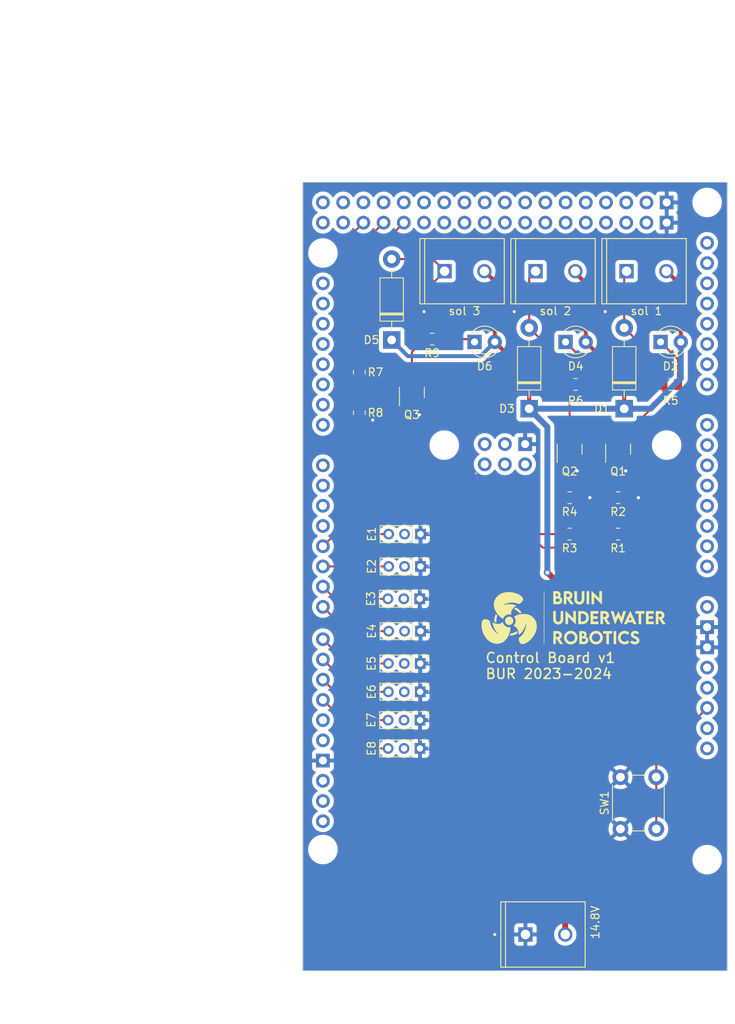
<source format=kicad_pcb>
(kicad_pcb (version 20221018) (generator pcbnew)
  (layers (0 "F.Cu" signal) (31 "B.Cu" signal) (34 "B.Paste" user) (35 "F.Paste" user) (36 "B.SilkS" user "B.Silkscreen") (37 "F.SilkS" user "F.Silkscreen") (38 "B.Mask" user) (39 "F.Mask" user) (44 "Edge.Cuts" user))
  (net 0 "")
  (net 27 "/PWMD4")
  (net 28 "/PWMD5")
  (net 29 "/PWMD6")
  (net 30 "/PWMD7")
  (net 31 "/PWMD8")
  (net 32 "/PWMD9")
  (net 33 "/PWMD10")
  (net 34 "/PWMD11")
  (net 74 "GND")
  (net 78 "Net-(A1-RESET)")
  (net 84 "+14.8V")
  (net 85 "Net-(D1-A)")
  (net 86 "Net-(D3-A)")
  (net 87 "Net-(D4-K)")
  (net 88 "Net-(D5-A)")
  (net 89 "Net-(D6-K)")
  (net 98 "Net-(Q1-G)")
  (net 99 "Net-(Q2-G)")
  (net 100 "Net-(Q3-G)")
  (net 101 "Net-(D2-K)")
  (net 102 "/sol 1")
  (net 103 "/sol 2")
  (net 104 "/sol 3")
  (footprint "Diode_THT:D_DO-41_SOD81_P10.16mm_Horizontal" (layer "F.Cu") (at 60.452 71.628 90)
    (fp_text reference "D3" (at 0 -2.794 180) (layer "F.SilkS"))
    (fp_text value "1N4007")
    (pad "1" thru_hole rect (at 0 0 90) (size 2.2 2.2) (drill 1.1) (layers "*.Cu" "*.Mask") (net 84 "+14.8V"))
    (pad "2" thru_hole oval (at 10.16 0 90) (size 2.2 2.2) (drill 1.1) (layers "*.Cu" "*.Mask") (net 86 "Net-(D3-A)"))
  )
  (footprint "Button_Switch_THT:SW_PUSH_6mm" (layer "F.Cu") (at 71.918 124.408 90)
    (fp_text reference "SW1" (at 3.25 -2 90) (layer "F.SilkS"))
    (fp_text value "SW_Push")
    (pad "1" thru_hole circle (at 0 0 180) (size 2 2) (drill 1.1) (layers "*.Cu" "*.Mask") (net 74 "GND"))
    (pad "1" thru_hole circle (at 6.5 0 180) (size 2 2) (drill 1.1) (layers "*.Cu" "*.Mask") (net 74 "GND"))
    (pad "2" thru_hole circle (at 0 4.5 180) (size 2 2) (drill 1.1) (layers "*.Cu" "*.Mask") (net 78 "Net-(A1-RESET)"))
    (pad "2" thru_hole circle (at 6.5 4.5 180) (size 2 2) (drill 1.1) (layers "*.Cu" "*.Mask") (net 78 "Net-(A1-RESET)"))
  )
  (footprint "Package_TO_SOT_SMD:SOT-23" (layer "F.Cu") (at 65.532 76.708 90)
    (fp_text reference "Q2" (at -2.794 0 180) (layer "F.SilkS"))
    (fp_text value "NMOS")
    (pad "1" smd roundrect (at -0.9375 -0.95 90) (size 1.475 0.6) (layers "F.Cu" "F.Paste" "F.Mask") (net 99 "Net-(Q2-G)"))
    (pad "2" smd roundrect (at -0.9375 0.95 90) (size 1.475 0.6) (layers "F.Cu" "F.Paste" "F.Mask") (net 74 "GND"))
    (pad "3" smd roundrect (at 0.9375 0 90) (size 1.475 0.6) (layers "F.Cu" "F.Paste" "F.Mask") (net 86 "Net-(D3-A)"))
  )
  (footprint "Resistor_SMD:R_0805_2012Metric" (layer "F.Cu") (at 39.116 67.056 -90)
    (fp_text reference "R7" (at 0 -2.032 -180) (layer "F.SilkS"))
    (fp_text value "270")
    (pad "1" smd roundrect (at -0.9125 0 270) (size 1.025 1.4) (layers "F.Cu" "F.Paste" "F.Mask") (roundrect_rratio 0.243902439) (net 104 "/sol 3"))
    (pad "2" smd roundrect (at 0.9125 0 270) (size 1.025 1.4) (layers "F.Cu" "F.Paste" "F.Mask") (roundrect_rratio 0.243902439) (net 100 "Net-(Q3-G)"))
  )
  (footprint "LOGO" (layer "F.Cu") (at 66.04 98.044)
    (fp_text reference "G***" hide)
    (fp_text value "LOGO" hide)
  )
  (footprint "Connector_PinHeader_2.00mm:PinHeader_1x03_P2.00mm_Vertical" (layer "F.Cu") (at 46.8 87.376 -90)
    (fp_text reference "E1" (at 0 6.128 90) (layer "F.SilkS"))
    (fp_text value "Conn_01x03_Pin")
    (pad "1" thru_hole rect (at 0 0 270) (size 1.35 1.35) (drill 0.8) (layers "*.Cu" "*.Mask") (net 74 "GND"))
    (pad "2" thru_hole oval (at 0 2 270) (size 1.35 1.35) (drill 0.8) (layers "*.Cu" "*.Mask"))
    (pad "3" thru_hole oval (at 0 4 270) (size 1.35 1.35) (drill 0.8) (layers "*.Cu" "*.Mask") (net 27 "/PWMD4"))
  )
  (footprint "Resistor_SMD:R_0805_2012Metric" (layer "F.Cu") (at 48.26 62.8885 180)
    (fp_text reference "R9" (at 0 -1.7545) (layer "F.SilkS"))
    (fp_text value "649")
    (pad "1" smd roundrect (at -0.9125 0 180) (size 1.025 1.4) (layers "F.Cu" "F.Paste" "F.Mask") (roundrect_rratio 0.243902439) (net 89 "Net-(D6-K)"))
    (pad "2" smd roundrect (at 0.9125 0 180) (size 1.025 1.4) (layers "F.Cu" "F.Paste" "F.Mask") (roundrect_rratio 0.243902439) (net 88 "Net-(D5-A)"))
  )
  (footprint "LED_THT:LED_D3.0mm" (layer "F.Cu") (at 76.957 63.246)
    (fp_text reference "D2" (at 1.27 3.048) (layer "F.SilkS"))
    (fp_text value "LED")
    (pad "1" thru_hole rect (at 0 0) (size 1.8 1.8) (drill 0.9) (layers "*.Cu" "*.Mask") (net 101 "Net-(D2-K)"))
    (pad "2" thru_hole circle (at 2.54 0) (size 1.8 1.8) (drill 0.9) (layers "*.Cu" "*.Mask") (net 84 "+14.8V"))
  )
  (footprint "Library:TE_282836-2" (layer "F.Cu") (at 62.484 137.668)
    (fp_text reference "J1" hide)
    (fp_text value "Screw_Terminal_01x02")
    (pad "1" thru_hole rect (at -2.5 0) (size 1.8 1.8) (drill 1.2) (layers "*.Cu" "*.Mask") (net 74 "GND"))
    (pad "2" thru_hole circle (at 2.5 0) (size 1.8 1.8) (drill 1.2) (layers "*.Cu" "*.Mask") (net 84 "+14.8V"))
  )
  (footprint "Connector_PinHeader_2.00mm:PinHeader_1x03_P2.00mm_Vertical" (layer "F.Cu") (at 46.768 103.632 -90)
    (fp_text reference "E5" (at 0 6.128 90) (layer "F.SilkS"))
    (fp_text value "Conn_01x03_Pin")
    (pad "1" thru_hole rect (at 0 0 270) (size 1.35 1.35) (drill 0.8) (layers "*.Cu" "*.Mask") (net 74 "GND"))
    (pad "2" thru_hole oval (at 0 2 270) (size 1.35 1.35) (drill 0.8) (layers "*.Cu" "*.Mask"))
    (pad "3" thru_hole oval (at 0 4 270) (size 1.35 1.35) (drill 0.8) (layers "*.Cu" "*.Mask") (net 31 "/PWMD8"))
  )
  (footprint "Connector_PinHeader_2.00mm:PinHeader_1x03_P2.00mm_Vertical" (layer "F.Cu") (at 46.704 95.504 -90)
    (fp_text reference "E3" (at 0 6.128 90) (layer "F.SilkS"))
    (fp_text value "Conn_01x03_Pin")
    (pad "1" thru_hole rect (at 0 0 270) (size 1.35 1.35) (drill 0.8) (layers "*.Cu" "*.Mask") (net 74 "GND"))
    (pad "2" thru_hole oval (at 0 2 270) (size 1.35 1.35) (drill 0.8) (layers "*.Cu" "*.Mask"))
    (pad "3" thru_hole oval (at 0 4 270) (size 1.35 1.35) (drill 0.8) (layers "*.Cu" "*.Mask") (net 29 "/PWMD6"))
  )
  (footprint "Diode_THT:D_DO-41_SOD81_P10.16mm_Horizontal" (layer "F.Cu") (at 72.39 71.628 90)
    (fp_text reference "D1" (at 0 -2.794 180) (layer "F.SilkS"))
    (fp_text value "1N4007")
    (pad "1" thru_hole rect (at 0 0 90) (size 2.2 2.2) (drill 1.1) (layers "*.Cu" "*.Mask") (net 84 "+14.8V"))
    (pad "2" thru_hole oval (at 10.16 0 90) (size 2.2 2.2) (drill 1.1) (layers "*.Cu" "*.Mask") (net 85 "Net-(D1-A)"))
  )
  (footprint "Resistor_SMD:R_0805_2012Metric" (layer "F.Cu") (at 39.116 72.136 -90)
    (fp_text reference "R8" (at 0 -2.032 -180) (layer "F.SilkS"))
    (fp_text value "10k")
    (pad "1" smd roundrect (at -0.9125 0 270) (size 1.025 1.4) (layers "F.Cu" "F.Paste" "F.Mask") (roundrect_rratio 0.243902439) (net 100 "Net-(Q3-G)"))
    (pad "2" smd roundrect (at 0.9125 0 270) (size 1.025 1.4) (layers "F.Cu" "F.Paste" "F.Mask") (roundrect_rratio 0.243902439) (net 74 "GND"))
  )
  (footprint "Connector_PinHeader_2.00mm:PinHeader_1x03_P2.00mm_Vertical" (layer "F.Cu") (at 46.736 114.3 -90)
    (fp_text reference "E8" (at 0 6.096 90) (layer "F.SilkS"))
    (fp_text value "Conn_01x03_Pin")
    (pad "1" thru_hole rect (at 0 0 270) (size 1.35 1.35) (drill 0.8) (layers "*.Cu" "*.Mask") (net 74 "GND"))
    (pad "2" thru_hole oval (at 0 2 270) (size 1.35 1.35) (drill 0.8) (layers "*.Cu" "*.Mask"))
    (pad "3" thru_hole oval (at 0 4 270) (size 1.35 1.35) (drill 0.8) (layers "*.Cu" "*.Mask") (net 34 "/PWMD11"))
  )
  (footprint "LED_THT:LED_D3.0mm" (layer "F.Cu") (at 65.019 63.246)
    (fp_text reference "D4" (at 1.275 3.048) (layer "F.SilkS"))
    (fp_text value "LED")
    (pad "1" thru_hole rect (at 0 0) (size 1.8 1.8) (drill 0.9) (layers "*.Cu" "*.Mask") (net 87 "Net-(D4-K)"))
    (pad "2" thru_hole circle (at 2.54 0) (size 1.8 1.8) (drill 0.9) (layers "*.Cu" "*.Mask") (net 84 "+14.8V"))
  )
  (footprint "Connector_PinHeader_2.00mm:PinHeader_1x03_P2.00mm_Vertical" (layer "F.Cu") (at 46.736 110.744 -90)
    (fp_text reference "E7" (at 0 6.128 90) (layer "F.SilkS"))
    (fp_text value "Conn_01x03_Pin")
    (pad "1" thru_hole rect (at 0 0 270) (size 1.35 1.35) (drill 0.8) (layers "*.Cu" "*.Mask") (net 74 "GND"))
    (pad "2" thru_hole oval (at 0 2 270) (size 1.35 1.35) (drill 0.8) (layers "*.Cu" "*.Mask"))
    (pad "3" thru_hole oval (at 0 4 270) (size 1.35 1.35) (drill 0.8) (layers "*.Cu" "*.Mask") (net 33 "/PWMD10"))
  )
  (footprint "Package_TO_SOT_SMD:SOT-23" (layer "F.Cu") (at 71.628 76.708 90)
    (fp_text reference "Q1" (at -2.794 0 180) (layer "F.SilkS"))
    (fp_text value "NMOS")
    (pad "1" smd roundrect (at -0.9375 -0.95 90) (size 1.475 0.6) (layers "F.Cu" "F.Paste" "F.Mask") (net 98 "Net-(Q1-G)"))
    (pad "2" smd roundrect (at -0.9375 0.95 90) (size 1.475 0.6) (layers "F.Cu" "F.Paste" "F.Mask") (net 74 "GND"))
    (pad "3" smd roundrect (at 0.9375 0 90) (size 1.475 0.6) (layers "F.Cu" "F.Paste" "F.Mask") (net 85 "Net-(D1-A)"))
  )
  (footprint "Package_TO_SOT_SMD:SOT-23" (layer "F.Cu") (at 45.72 69.596 90)
    (fp_text reference "Q3" (at -2.794 0) (layer "F.SilkS"))
    (fp_text value "NMOS")
    (pad "1" smd roundrect (at -0.9375 -0.95 90) (size 1.475 0.6) (layers "F.Cu" "F.Paste" "F.Mask") (net 100 "Net-(Q3-G)"))
    (pad "2" smd roundrect (at -0.9375 0.95 90) (size 1.475 0.6) (layers "F.Cu" "F.Paste" "F.Mask") (net 74 "GND"))
    (pad "3" smd roundrect (at 0.9375 0 90) (size 1.475 0.6) (layers "F.Cu" "F.Paste" "F.Mask") (net 88 "Net-(D5-A)"))
  )
  (footprint "PCM_arduino-library:Arduino_Mega2560_R3_Shield" (layer "F.Cu") (at 85.344 142.24 90)
    (fp_text reference "A1" hide)
    (fp_text value "Arduino_Mega2560_R3_Shield")
    (fp_text user "." (at 62.484 -32.004 90) (layer "B.SilkS"))
    (fp_text user "." (at 62.484 -32.004 90) (layer "F.SilkS"))
    (pad "" np_thru_hole circle (at 13.97 -2.54 90) (size 3.2 3.2) (drill 3.2) (layers "*.Cu" "*.Mask"))
    (pad "" np_thru_hole circle (at 15.24 -50.8 90) (size 3.2 3.2) (drill 3.2) (layers "*.Cu" "*.Mask"))
    (pad "" thru_hole oval (at 27.94 -2.54 90) (size 1.7272 1.7272) (drill 1.016) (layers "*.Cu" "*.Mask"))
    (pad "" np_thru_hole circle (at 66.04 -35.56 90) (size 3.2 3.2) (drill 3.2) (layers "*.Cu" "*.Mask"))
    (pad "" np_thru_hole circle (at 66.04 -7.62 90) (size 3.2 3.2) (drill 3.2) (layers "*.Cu" "*.Mask"))
    (pad "" np_thru_hole circle (at 90.17 -50.8 90) (size 3.2 3.2) (drill 3.2) (layers "*.Cu" "*.Mask"))
    (pad "" np_thru_hole circle (at 96.52 -2.54 90) (size 3.2 3.2) (drill 3.2) (layers "*.Cu" "*.Mask"))
    (pad "3V3" thru_hole oval (at 35.56 -2.54 90) (size 1.7272 1.7272) (drill 1.016) (layers "*.Cu" "*.Mask"))
    (pad "5V1" thru_hole oval (at 38.1 -2.54 90) (size 1.7272 1.7272) (drill 1.016) (layers "*.Cu" "*.Mask"))
    (pad "5V2" thru_hole oval (at 66.167 -30.48 90) (size 1.7272 1.7272) (drill 1.016) (layers "*.Cu" "*.Mask"))
    (pad "5V3" thru_hole oval (at 93.98 -50.8 90) (size 1.7272 1.7272) (drill 1.016) (layers "*.Cu" "*.Mask"))
    (pad "5V4" thru_hole oval (at 96.52 -50.8 90) (size 1.7272 1.7272) (drill 1.016) (layers "*.Cu" "*.Mask"))
    (pad "A0" thru_hole oval (at 50.8 -2.54 90) (size 1.7272 1.7272) (drill 1.016) (layers "*.Cu" "*.Mask"))
    (pad "A1" thru_hole oval (at 53.34 -2.54 90) (size 1.7272 1.7272) (drill 1.016) (layers "*.Cu" "*.Mask"))
    (pad "A2" thru_hole oval (at 55.88 -2.54 90) (size 1.7272 1.7272) (drill 1.016) (layers "*.Cu" "*.Mask"))
    (pad "A3" thru_hole oval (at 58.42 -2.54 90) (size 1.7272 1.7272) (drill 1.016) (layers "*.Cu" "*.Mask"))
    (pad "A4" thru_hole oval (at 60.96 -2.54 90) (size 1.7272 1.7272) (drill 1.016) (layers "*.Cu" "*.Mask"))
    (pad "A5" thru_hole oval (at 63.5 -2.54 90) (size 1.7272 1.7272) (drill 1.016) (layers "*.Cu" "*.Mask"))
    (pad "A6" thru_hole oval (at 66.04 -2.54 90) (size 1.7272 1.7272) (drill 1.016) (layers "*.Cu" "*.Mask"))
    (pad "A7" thru_hole oval (at 68.58 -2.54 90) (size 1.7272 1.7272) (drill 1.016) (layers "*.Cu" "*.Mask"))
    (pad "A8" thru_hole oval (at 73.66 -2.54 90) (size 1.7272 1.7272) (drill 1.016) (layers "*.Cu" "*.Mask"))
    (pad "A9" thru_hole oval (at 76.2 -2.54 90) (size 1.7272 1.7272) (drill 1.016) (layers "*.Cu" "*.Mask"))
    (pad "A10" thru_hole oval (at 78.74 -2.54 90) (size 1.7272 1.7272) (drill 1.016) (layers "*.Cu" "*.Mask"))
    (pad "A11" thru_hole oval (at 81.28 -2.54 90) (size 1.7272 1.7272) (drill 1.016) (layers "*.Cu" "*.Mask"))
    (pad "A12" thru_hole oval (at 83.82 -2.54 90) (size 1.7272 1.7272) (drill 1.016) (layers "*.Cu" "*.Mask"))
    (pad "A13" thru_hole oval (at 86.36 -2.54 90) (size 1.7272 1.7272) (drill 1.016) (layers "*.Cu" "*.Mask"))
    (pad "A14" thru_hole oval (at 88.9 -2.54 90) (size 1.7272 1.7272) (drill 1.016) (layers "*.Cu" "*.Mask"))
    (pad "A15" thru_hole oval (at 91.44 -2.54 90) (size 1.7272 1.7272) (drill 1.016) (layers "*.Cu" "*.Mask"))
    (pad "AREF" thru_hole oval (at 23.876 -50.8 90) (size 1.7272 1.7272) (drill 1.016) (layers "*.Cu" "*.Mask"))
    (pad "D0" thru_hole oval (at 63.5 -50.8 90) (size 1.7272 1.7272) (drill 1.016) (layers "*.Cu" "*.Mask"))
    (pad "D1" thru_hole oval (at 60.96 -50.8 90) (size 1.7272 1.7272) (drill 1.016) (layers "*.Cu" "*.Mask"))
    (pad "D2" thru_hole oval (at 58.42 -50.8 90) (size 1.7272 1.7272) (drill 1.016) (layers "*.Cu" "*.Mask"))
    (pad "D3" thru_hole oval (at 55.88 -50.8 90) (size 1.7272 1.7272) (drill 1.016) (layers "*.Cu" "*.Mask"))
    (pad "D4" thru_hole oval (at 53.34 -50.8 90) (size 1.7272 1.7272) (drill 1.016) (layers "*.Cu" "*.Mask") (net 27 "/PWMD4"))
    (pad "D5" thru_hole oval (at 50.8 -50.8 90) (size 1.7272 1.7272) (drill 1.016) (layers "*.Cu" "*.Mask") (net 28 "/PWMD5"))
    (pad "D6" thru_hole oval (at 48.26 -50.8 90) (size 1.7272 1.7272) (drill 1.016) (layers "*.Cu" "*.Mask") (net 29 "/PWMD6"))
    (pad "D7" thru_hole oval (at 45.72 -50.8 90) (size 1.7272 1.7272) (drill 1.016) (layers "*.Cu" "*.Mask") (net 30 "/PWMD7"))
    (pad "D8" thru_hole oval (at 41.656 -50.8 90) (size 1.7272 1.7272) (drill 1.016) (layers "*.Cu" "*.Mask") (net 31 "/PWMD8"))
    (pad "D9" thru_hole oval (at 39.116 -50.8 90) (size 1.7272 1.7272) (drill 1.016) (layers "*.Cu" "*.Mask") (net 32 "/PWMD9"))
    (pad "D10" thru_hole oval (at 36.576 -50.8 90) (size 1.7272 1.7272) (drill 1.016) (layers "*.Cu" "*.Mask") (net 33 "/PWMD10"))
    (pad "D11" thru_hole oval (at 34.036 -50.8 90) (size 1.7272 1.7272) (drill 1.016) (layers "*.Cu" "*.Mask") (net 34 "/PWMD11"))
    (pad "D12" thru_hole oval (at 31.496 -50.8 90) (size 1.7272 1.7272) (drill 1.016) (layers "*.Cu" "*.Mask"))
    (pad "D13" thru_hole oval (at 28.956 -50.8 90) (size 1.7272 1.7272) (drill 1.016) (layers "*.Cu" "*.Mask"))
    (pad "D14" thru_hole oval (at 68.58 -50.8 90) (size 1.7272 1.7272) (drill 1.016) (layers "*.Cu" "*.Mask"))
    (pad "D15" thru_hole oval (at 71.12 -50.8 90) (size 1.7272 1.7272) (drill 1.016) (layers "*.Cu" "*.Mask"))
    (pad "D16" thru_hole oval (at 73.66 -50.8 90) (size 1.7272 1.7272) (drill 1.016) (layers "*.Cu" "*.Mask"))
    (pad "D17" thru_hole oval (at 76.2 -50.8 90) (size 1.7272 1.7272) (drill 1.016) (layers "*.Cu" "*.Mask"))
    (pad "D18" thru_hole oval (at 78.74 -50.8 90) (size 1.7272 1.7272) (drill 1.016) (layers "*.Cu" "*.Mask"))
    (pad "D19" thru_hole oval (at 81.28 -50.8 90) (size 1.7272 1.7272) (drill 1.016) (layers "*.Cu" "*.Mask"))
    (pad "D20" thru_hole oval (at 83.82 -50.8 90) (size 1.7272 1.7272) (drill 1.016) (layers "*.Cu" "*.Mask"))
    (pad "D21" thru_hole oval (at 86.36 -50.8 90) (size 1.7272 1.7272) (drill 1.016) (layers "*.Cu" "*.Mask"))
    (pad "D22" thru_hole oval (at 93.98 -48.26 90) (size 1.7272 1.7272) (drill 1.016) (layers "*.Cu" "*.Mask"))
    (pad "D23" thru_hole oval (at 96.52 -48.26 90) (size 1.7272 1.7272) (drill 1.016) (layers "*.Cu" "*.Mask"))
    (pad "D24" thru_hole oval (at 93.98 -45.72 90) (size 1.7272 1.7272) (drill 1.016) (layers "*.Cu" "*.Mask") (net 102 "/sol 1"))
    (pad "D25" thru_hole oval (at 96.52 -45.72 90) (size 1.7272 1.7272) (drill 1.016) (layers "*.Cu" "*.Mask"))
    (pad "D26" thru_hole oval (at 93.98 -43.18 90) (size 1.7272 1.7272) (drill 1.016) (layers "*.Cu" "*.Mask") (net 103 "/sol 2"))
    (pad "D27" thru_hole oval (at 96.52 -43.18 90) (size 1.7272 1.7272) (drill 1.016) (layers "*.Cu" "*.Mask"))
    (pad "D28" thru_hole oval (at 93.98 -40.64 90) (size 1.7272 1.7272) (drill 1.016) (layers "*.Cu" "*.Mask") (net 104 "/sol 3"))
    (pad "D29" thru_hole oval (at 96.52 -40.64 90) (size 1.7272 1.7272) (drill 1.016) (layers "*.Cu" "*.Mask"))
    (pad "D30" thru_hole oval (at 93.98 -38.1 90) (size 1.7272 1.7272) (drill 1.016) (layers "*.Cu" "*.Mask"))
    (pad "D31" thru_hole oval (at 96.52 -38.1 90) (size 1.7272 1.7272) (drill 1.016) (layers "*.Cu" "*.Mask"))
    (pad "D32" thru_hole oval (at 93.98 -35.56 90) (size 1.7272 1.7272) (drill 1.016) (layers "*.Cu" "*.Mask"))
    (pad "D33" thru_hole oval (at 96.52 -35.56 90) (size 1.7272 1.7272) (drill 1.016) (layers "*.Cu" "*.Mask"))
    (pad "D34" thru_hole oval (at 93.98 -33.02 90) (size 1.7272 1.7272) (drill 1.016) (layers "*.Cu" "*.Mask"))
    (pad "D35" thru_hole oval (at 96.52 -33.02 90) (size 1.7272 1.7272) (drill 1.016) (layers "*.Cu" "*.Mask"))
    (pad "D36" thru_hole oval (at 93.98 -30.48 90) (size 1.7272 1.7272) (drill 1.016) (layers "*.Cu" "*.Mask"))
    (pad "D37" thru_hole oval (at 96.52 -30.48 90) (size 1.7272 1.7272) (drill 1.016) (layers "*.Cu" "*.Mask"))
    (pad "D38" thru_hole oval (at 93.98 -27.94 90) (size 1.7272 1.7272) (drill 1.016) (layers "*.Cu" "*.Mask"))
    (pad "D39" thru_hole oval (at 96.52 -27.94 90) (size 1.7272 1.7272) (drill 1.016) (layers "*.Cu" "*.Mask"))
    (pad "D40" thru_hole oval (at 93.98 -25.4 90) (size 1.7272 1.7272) (drill 1.016) (layers "*.Cu" "*.Mask"))
    (pad "D41" thru_hole oval (at 96.52 -25.4 90) (size 1.7272 1.7272) (drill 1.016) (layers "*.Cu" "*.Mask"))
    (pad "D42" thru_hole oval (at 93.98 -22.86 90) (size 1.7272 1.7272) (drill 1.016) (layers "*.Cu" "*.Mask"))
    (pad "D43" thru_hole oval (at 96.52 -22.86 90) (size 1.7272 1.7272) (drill 1.016) (layers "*.Cu" "*.Mask"))
    (pad "D44" thru_hole oval (at 93.98 -20.32 90) (size 1.7272 1.7272) (drill 1.016) (layers "*.Cu" "*.Mask"))
    (pad "D45" thru_hole oval (at 96.52 -20.32 90) (size 1.7272 1.7272) (drill 1.016) (layers "*.Cu" "*.Mask"))
    (pad "D46" thru_hole oval (at 93.98 -17.78 90) (size 1.7272 1.7272) (drill 1.016) (layers "*.Cu" "*.Mask"))
    (pad "D47" thru_hole oval (at 96.52 -17.78 90) (size 1.7272 1.7272) (drill 1.016) (layers "*.Cu" "*.Mask"))
    (pad "D48" thru_hole oval (at 93.98 -15.24 90) (size 1.7272 1.7272) (drill 1.016) (layers "*.Cu" "*.Mask"))
    (pad "D49" thru_hole oval (at 96.52 -15.24 90) (size 1.7272 1.7272) (drill 1.016) (layers "*.Cu" "*.Mask"))
    (pad "D50" thru_hole oval (at 93.98 -12.7 90) (size 1.7272 1.7272) (drill 1.016) (layers "*.Cu" "*.Mask"))
    (pad "D51" thru_hole oval (at 96.52 -12.7 90) (size 1.7272 1.7272) (drill 1.016) (layers "*.Cu" "*.Mask"))
    (pad "D52" thru_hole oval (at 93.98 -10.16 90) (size 1.7272 1.7272) (drill 1.016) (layers "*.Cu" "*.Mask"))
    (pad "D53" thru_hole oval (at 96.52 -10.16 90) (size 1.7272 1.7272) (drill 1.016) (layers "*.Cu" "*.Mask"))
    (pad "GND1" thru_hole rect (at 26.416 -50.8 90) (size 1.7272 1.7272) (drill 1.016) (layers "*.Cu" "*.Mask") (net 74 "GND"))
    (pad "GND2" thru_hole rect (at 40.64 -2.54 90) (size 1.7272 1.7272) (drill 1.016) (layers "*.Cu" "*.Mask") (net 74 "GND"))
    (pad "GND3" thru_hole rect (at 43.18 -2.54 90) (size 1.7272 1.7272) (drill 1.016) (layers "*.Cu" "*.Mask") (net 74 "GND"))
    (pad "GND4" thru_hole rect (at 66.167 -25.4 90) (size 1.7272 1.7272) (drill 1.016) (layers "*.Cu" "*.Mask") (net 74 "GND"))
    (pad "GND5" thru_hole rect (at 93.98 -7.62 90) (size 1.7272 1.7272) (drill 1.016) (layers "*.Cu" "*.Mask") (net 74 "GND"))
    (pad "GND6" thru_hole rect (at 96.52 -7.62 90) (size 1.7272 1.7272) (drill 1.016) (layers "*.Cu" "*.Mask") (net 74 "GND"))
    (pad "IORF" thru_hole oval (at 30.48 -2.54 90) (size 1.7272 1.7272) (drill 1.016) (layers "*.Cu" "*.Mask"))
    (pad "MISO" thru_hole oval (at 63.627 -30.48 90) (size 1.7272 1.7272) (drill 1.016) (layers "*.Cu" "*.Mask"))
    (pad "MOSI" thru_hole oval (at 66.167 -27.94 90) (size 1.7272 1.7272) (drill 1.016) (layers "*.Cu" "*.Mask"))
    (pad "RST1" thru_hole oval (at 33.02 -2.54 90) (size 1.7272 1.7272) (drill 1.016) (layers "*.Cu" "*.Mask") (net 78 "Net-(A1-RESET)"))
    (pad "RST2" thru_hole oval (at 63.627 -25.4 90) (size 1.7272 1.7272) (drill 1.016) (layers "*.Cu" "*.Mask"))
    (pad "SCK" thru_hole oval (at 63.627 -27.94 90) (size 1.7272 1.7272) (drill 1.016) (layers "*.Cu" "*.Mask"))
    (pad "SCL" thru_hole oval (at 18.796 -50.8 90) (size 1.7272 1.7272) (drill 1.016) (layers "*.Cu" "*.Mask"))
    (pad "SDA" thru_hole oval (at 21.336 -50.8 90) (size 1.7272 1.7272) (drill 1.016) (layers "*.Cu" "*.Mask"))
    (pad "VIN" thru_hole oval (at 45.72 -2.54 90) (size 1.7272 1.7272) (drill 1.016) (layers "*.Cu" "*.Mask"))
  )
  (footprint "Resistor_SMD:R_0805_2012Metric" (layer "F.Cu") (at 66.294 68.58 180)
    (fp_text reference "R6" (at 0 -2.032) (layer "F.SilkS"))
    (fp_text value "649")
    (pad "1" smd roundrect (at -0.9125 0 180) (size 1.025 1.4) (layers "F.Cu" "F.Paste" "F.Mask") (roundrect_rratio 0.243902439) (net 87 "Net-(D4-K)"))
    (pad "2" smd roundrect (at 0.9125 0 180) (size 1.025 1.4) (layers "F.Cu" "F.Paste" "F.Mask") (roundrect_rratio 0.243902439) (net 86 "Net-(D3-A)"))
  )
  (footprint "Connector_PinHeader_2.00mm:PinHeader_1x03_P2.00mm_Vertical" (layer "F.Cu") (at 46.8 91.44 -90)
    (fp_text reference "E2" (at 0 6.128 90) (layer "F.SilkS"))
    (fp_text value "Conn_01x03_Pin")
    (pad "1" thru_hole rect (at 0 0 270) (size 1.35 1.35) (drill 0.8) (layers "*.Cu" "*.Mask") (net 74 "GND"))
    (pad "2" thru_hole oval (at 0 2 270) (size 1.35 1.35) (drill 0.8) (layers "*.Cu" "*.Mask"))
    (pad "3" thru_hole oval (at 0 4 270) (size 1.35 1.35) (drill 0.8) (layers "*.Cu" "*.Mask") (net 28 "/PWMD5"))
  )
  (footprint "Library:TE_282836-2" (layer "F.Cu") (at 52.324 54.356)
    (fp_text reference "J11" hide)
    (fp_text value "Screw_Terminal_01x02")
    (pad "1" thru_hole rect (at -2.5 0) (size 1.8 1.8) (drill 1.2) (layers "*.Cu" "*.Mask") (net 88 "Net-(D5-A)"))
    (pad "2" thru_hole circle (at 2.5 0) (size 1.8 1.8) (drill 1.2) (layers "*.Cu" "*.Mask") (net 84 "+14.8V"))
  )
  (footprint "Resistor_SMD:R_0805_2012Metric" (layer "F.Cu") (at 71.628 87.376)
    (fp_text reference "R1" (at 0 1.778) (layer "F.SilkS"))
    (fp_text value "270")
    (pad "1" smd roundrect (at -0.9125 0) (size 1.025 1.4) (layers "F.Cu" "F.Paste" "F.Mask") (roundrect_rratio 0.243902439) (net 102 "/sol 1"))
    (pad "2" smd roundrect (at 0.9125 0) (size 1.025 1.4) (layers "F.Cu" "F.Paste" "F.Mask") (roundrect_rratio 0.243902439) (net 98 "Net-(Q1-G)"))
  )
  (footprint "LED_THT:LED_D3.0mm" (layer "F.Cu") (at 53.589 63.241)
    (fp_text reference "D6" (at 1.275 3.053 180) (layer "F.SilkS"))
    (fp_text value "LED")
    (pad "1" thru_hole rect (at 0 0) (size 1.8 1.8) (drill 0.9) (layers "*.Cu" "*.Mask") (net 89 "Net-(D6-K)"))
    (pad "2" thru_hole circle (at 2.54 0) (size 1.8 1.8) (drill 0.9) (layers "*.Cu" "*.Mask") (net 84 "+14.8V"))
  )
  (footprint "Diode_THT:D_DO-41_SOD81_P10.16mm_Horizontal" (layer "F.Cu") (at 43.18 62.992 90)
    (fp_text reference "D5" (at 0 -2.54 180) (layer "F.SilkS"))
    (fp_text value "1N4007")
    (pad "1" thru_hole rect (at 0 0 90) (size 2.2 2.2) (drill 1.1) (layers "*.Cu" "*.Mask") (net 84 "+14.8V"))
    (pad "2" thru_hole oval (at 10.16 0 90) (size 2.2 2.2) (drill 1.1) (layers "*.Cu" "*.Mask") (net 88 "Net-(D5-A)"))
  )
  (footprint "Library:TE_282836-2" (layer "F.Cu") (at 63.754 54.356)
    (fp_text reference "J10" hide)
    (fp_text value "Screw_Terminal_01x02")
    (pad "1" thru_hole rect (at -2.5 0) (size 1.8 1.8) (drill 1.2) (layers "*.Cu" "*.Mask") (net 86 "Net-(D3-A)"))
    (pad "2" thru_hole circle (at 2.5 0) (size 1.8 1.8) (drill 1.2) (layers "*.Cu" "*.Mask") (net 84 "+14.8V"))
  )
  (footprint "Resistor_SMD:R_0805_2012Metric" (layer "F.Cu") (at 78.232 68.58 180)
    (fp_text reference "R5" (at 0 -2.032) (layer "F.SilkS"))
    (fp_text value "649")
    (pad "1" smd roundrect (at -0.9125 0 180) (size 1.025 1.4) (layers "F.Cu" "F.Paste" "F.Mask") (roundrect_rratio 0.243902439) (net 101 "Net-(D2-K)"))
    (pad "2" smd roundrect (at 0.9125 0 180) (size 1.025 1.4) (layers "F.Cu" "F.Paste" "F.Mask") (roundrect_rratio 0.243902439) (net 85 "Net-(D1-A)"))
  )
  (footprint "Connector_PinHeader_2.00mm:PinHeader_1x03_P2.00mm_Vertical" (layer "F.Cu") (at 46.768 107.188 -90)
    (fp_text reference "E6" (at 0 6.128 90) (layer "F.SilkS"))
    (fp_text value "Conn_01x03_Pin")
    (pad "1" thru_hole rect (at 0 0 270) (size 1.35 1.35) (drill 0.8) (layers "*.Cu" "*.Mask") (net 74 "GND"))
    (pad "2" thru_hole oval (at 0 2 270) (size 1.35 1.35) (drill 0.8) (layers "*.Cu" "*.Mask"))
    (pad "3" thru_hole oval (at 0 4 270) (size 1.35 1.35) (drill 0.8) (layers "*.Cu" "*.Mask") (net 32 "/PWMD9"))
  )
  (footprint "Library:TE_282836-2" (layer "F.Cu") (at 75.184 54.356)
    (fp_text reference "J9" hide)
    (fp_text value "Screw_Terminal_01x02")
    (pad "1" thru_hole rect (at -2.5 0) (size 1.8 1.8) (drill 1.2) (layers "*.Cu" "*.Mask") (net 85 "Net-(D1-A)"))
    (pad "2" thru_hole circle (at 2.5 0) (size 1.8 1.8) (drill 1.2) (layers "*.Cu" "*.Mask") (net 84 "+14.8V"))
  )
  (footprint "Connector_PinHeader_2.00mm:PinHeader_1x03_P2.00mm_Vertical" (layer "F.Cu") (at 46.8 99.568 -90)
    (fp_text reference "E4" (at 0 6.128 90) (layer "F.SilkS"))
    (fp_text value "Conn_01x03_Pin")
    (pad "1" thru_hole rect (at 0 0 270) (size 1.35 1.35) (drill 0.8) (layers "*.Cu" "*.Mask") (net 74 "GND"))
    (pad "2" thru_hole oval (at 0 2 270) (size 1.35 1.35) (drill 0.8) (layers "*.Cu" "*.Mask"))
    (pad "3" thru_hole oval (at 0 4 270) (size 1.35 1.35) (drill 0.8) (layers "*.Cu" "*.Mask") (net 30 "/PWMD7"))
  )
  (footprint "Resistor_SMD:R_0805_2012Metric" (layer "F.Cu") (at 65.532 87.376)
    (fp_text reference "R3" (at 0 1.778) (layer "F.SilkS"))
    (fp_text value "270")
    (pad "1" smd roundrect (at -0.9125 0) (size 1.025 1.4) (layers "F.Cu" "F.Paste" "F.Mask") (roundrect_rratio 0.243902439) (net 103 "/sol 2"))
    (pad "2" smd roundrect (at 0.9125 0) (size 1.025 1.4) (layers "F.Cu" "F.Paste" "F.Mask") (roundrect_rratio 0.243902439) (net 99 "Net-(Q2-G)"))
  )
  (footprint "Resistor_SMD:R_0805_2012Metric" (layer "F.Cu") (at 71.628 82.804)
    (fp_text reference "R2" (at 0 1.778) (layer "F.SilkS"))
    (fp_text value "10k")
    (pad "1" smd roundrect (at -0.9125 0) (size 1.025 1.4) (layers "F.Cu" "F.Paste" "F.Mask") (roundrect_rratio 0.243902439) (net 98 "Net-(Q1-G)"))
    (pad "2" smd roundrect (at 0.9125 0) (size 1.025 1.4) (layers "F.Cu" "F.Paste" "F.Mask") (roundrect_rratio 0.243902439) (net 74 "GND"))
  )
  (footprint "Resistor_SMD:R_0805_2012Metric" (layer "F.Cu") (at 65.532 82.804)
    (fp_text reference "R4" (at 0 1.778) (layer "F.SilkS"))
    (fp_text value "10k")
    (pad "1" smd roundrect (at -0.9125 0) (size 1.025 1.4) (layers "F.Cu" "F.Paste" "F.Mask") (roundrect_rratio 0.243902439) (net 99 "Net-(Q2-G)"))
    (pad "2" smd roundrect (at 0.9125 0) (size 1.025 1.4) (layers "F.Cu" "F.Paste" "F.Mask") (roundrect_rratio 0.243902439) (net 74 "GND"))
  )
  (gr_line (start 32.004 43.18) (end 32.004 142.24) (stroke (width 0.1)) (layer "Edge.Cuts"))
  (gr_line (start 85.344 142.24) (end 85.344 43.18) (stroke (width 0.1)) (layer "Edge.Cuts"))
  (gr_line (start 85.344 43.18) (end 32.004 43.18) (stroke (width 0.1)) (layer "Edge.Cuts"))
  (gr_line (start 32.004 142.24) (end 85.344 142.24) (stroke (width 0.1)) (layer "Edge.Cuts"))
  (gr_text "Control Board v1 \nBUR 2023-2024" (at 54.864 105.664) (layer "F.SilkS") (effects (font (size 1.25 1.25) (thickness 0.2)) (justify left bottom)))
  (gr_text "sol 3" (at 52.324 59.944) (layer "F.SilkS") (effects (font (size 1 1)) (justify bottom)))
  (gr_text "sol 1" (at 75.184 59.944) (layer "F.SilkS") (effects (font (size 1 1)) (justify bottom)))
  (gr_text "sol 2" (at 63.754 59.944) (layer "F.SilkS") (effects (font (size 1 1)) (justify bottom)))
  (gr_text "14.8V" (at 69.342 136.144 90) (layer "F.SilkS") (effects (font (size 1 1)) (justify bottom)))
  (segment (start 36.068 87.376) (end 42.8 87.376) (width 0.25) (layer "F.Cu") (net 27))
  (segment (start 34.544 88.9) (end 36.068 87.376) (width 0.25) (layer "F.Cu") (net 27))
  (segment (start 34.544 91.44) (end 42.8 91.44) (width 0.25) (layer "F.Cu") (net 28))
  (segment (start 34.544 93.98) (end 36.068 95.504) (width 0.25) (layer "F.Cu") (net 29))
  (segment (start 36.068 95.504) (end 42.768 95.504) (width 0.25) (layer "F.Cu") (net 29))
  (segment (start 34.544 96.52) (end 37.592 99.568) (width 0.25) (layer "F.Cu") (net 30))
  (segment (start 37.592 99.568) (end 42.8 99.568) (width 0.25) (layer "F.Cu") (net 30))
  (segment (start 34.544 100.584) (end 37.592 103.632) (width 0.25) (layer "F.Cu") (net 31))
  (segment (start 37.592 103.632) (end 42.768 103.632) (width 0.25) (layer "F.Cu") (net 31))
  (segment (start 34.544 103.124) (end 38.608 107.188) (width 0.25) (layer "F.Cu") (net 32))
  (segment (start 38.608 107.188) (end 42.768 107.188) (width 0.25) (layer "F.Cu") (net 32))
  (segment (start 34.544 105.664) (end 39.624 110.744) (width 0.25) (layer "F.Cu") (net 33))
  (segment (start 39.624 110.744) (end 42.736 110.744) (width 0.25) (layer "F.Cu") (net 33))
  (segment (start 34.544 108.204) (end 40.64 114.3) (width 0.25) (layer "F.Cu") (net 34))
  (segment (start 40.64 114.3) (end 42.736 114.3) (width 0.25) (layer "F.Cu") (net 34))
  (segment (start 72.578 79.436) (end 72.578 77.6455) (width 0.25) (layer "F.Cu") (net 74))
  (segment (start 66.482 79.436) (end 66.482 77.6455) (width 0.25) (layer "F.Cu") (net 74))
  (segment (start 40.7905 73.0485) (end 39.116 73.0485) (width 0.25) (layer "F.Cu") (net 74))
  (segment (start 74.168 82.804) (end 72.5405 82.804) (width 0.25) (layer "F.Cu") (net 74))
  (segment (start 46.67 72.39) (end 46.67 70.5335) (width 0.25) (layer "F.Cu") (net 74))
  (segment (start 66.4445 82.804) (end 68.072 82.804) (width 0.25) (layer "F.Cu") (net 74))
  (via (at 72.578 79.436) (size 0.8) (drill 0.4) (layers "F.Cu" "B.Cu") (net 74))
  (via (at 40.7905 73.0485) (size 0.8) (drill 0.4) (layers "F.Cu" "B.Cu") (net 74))
  (via (at 68.072 82.804) (size 0.8) (drill 0.4) (layers "F.Cu" "B.Cu") (net 74))
  (via (at 46.67 72.39) (size 0.8) (drill 0.4) (layers "F.Cu" "B.Cu") (net 74))
  (via (at 74.168 82.804) (size 0.8) (drill 0.4) (layers "F.Cu" "B.Cu") (net 74))
  (via (at 66.482 79.436) (size 0.8) (drill 0.4) (layers "F.Cu" "B.Cu") (net 74))
  (segment (start 76.418 117.146) (end 76.418 123.646) (width 0.25) (layer "F.Cu") (net 78))
  (segment (start 76.418 115.606) (end 76.418 117.146) (width 0.25) (layer "F.Cu") (net 78))
  (segment (start 82.804 109.22) (end 76.418 115.606) (width 0.25) (layer "F.Cu") (net 78))
  (segment (start 79.497 62.992) (end 79.497 56.129) (width 0.5) (layer "F.Cu") (net 84))
  (segment (start 56.129 63.241) (end 60.452 67.564) (width 0.5) (layer "F.Cu") (net 84))
  (segment (start 67.564 63.251) (end 72.39 68.077) (width 0.5) (layer "F.Cu") (net 84))
  (segment (start 72.39 68.077) (end 72.39 71.628) (width 0.5) (layer "F.Cu") (net 84))
  (segment (start 62.738 92.202) (end 64.984 94.448) (width 0.75) (layer "F.Cu") (net 84))
  (segment (start 66.04 54.356) (end 67.564 55.88) (width 0.5) (layer "F.Cu") (net 84))
  (segment (start 67.564 55.88) (end 67.564 63.251) (width 0.5) (layer "F.Cu") (net 84))
  (segment (start 64.984 94.448) (end 64.984 137.668) (width 0.75) (layer "F.Cu") (net 84))
  (segment (start 79.497 56.129) (end 77.724 54.356) (width 0.5) (layer "F.Cu") (net 84))
  (segment (start 56.129 55.621) (end 54.864 54.356) (width 0.5) (layer "F.Cu") (net 84))
  (segment (start 60.452 67.564) (end 60.452 71.628) (width 0.5) (layer "F.Cu") (net 84))
  (segment (start 56.129 63.241) (end 56.129 55.621) (width 0.5) (layer "F.Cu") (net 84))
  (via (at 62.738 92.202) (size 0.9) (drill 0.5) (layers "F.Cu" "B.Cu") (net 84))
  (segment (start 54.346 65.024) (end 56.129 63.241) (width 0.5) (layer "B.Cu") (net 84))
  (segment (start 79.497 67.823) (end 79.497 63.246) (width 0.75) (layer "B.Cu") (net 84))
  (segment (start 62.738 92.202) (end 62.738 73.914) (width 0.75) (layer "B.Cu") (net 84))
  (segment (start 43.18 62.992) (end 45.212 65.024) (width 0.5) (layer "B.Cu") (net 84))
  (segment (start 62.738 73.914) (end 60.452 71.628) (width 0.75) (layer "B.Cu") (net 84))
  (segment (start 75.692 71.628) (end 79.497 67.823) (width 0.75) (layer "B.Cu") (net 84))
  (segment (start 45.212 65.024) (end 54.346 65.024) (width 0.5) (layer "B.Cu") (net 84))
  (segment (start 60.452 71.628) (end 75.692 71.628) (width 0.75) (layer "B.Cu") (net 84))
  (segment (start 77.3195 70.079) (end 77.3195 68.58) (width 0.25) (layer "F.Cu") (net 85))
  (segment (start 72.39 61.468) (end 72.39 54.69) (width 0.25) (layer "F.Cu") (net 85))
  (segment (start 71.628 75.7705) (end 77.3195 70.079) (width 0.25) (layer "F.Cu") (net 85))
  (segment (start 77.3195 66.3975) (end 72.39 61.468) (width 0.25) (layer "F.Cu") (net 85))
  (segment (start 72.39 54.69) (end 72.724 54.356) (width 0.25) (layer "F.Cu") (net 85))
  (segment (start 77.3195 68.58) (end 77.3195 66.3975) (width 0.25) (layer "F.Cu") (net 85))
  (segment (start 65.532 75.7705) (end 65.532 68.7305) (width 0.25) (layer "F.Cu") (net 86))
  (segment (start 60.452 61.468) (end 60.452 55.158) (width 0.25) (layer "F.Cu") (net 86))
  (segment (start 60.452 55.158) (end 61.254 54.356) (width 0.25) (layer "F.Cu") (net 86))
  (segment (start 65.532 68.7305) (end 65.3815 68.58) (width 0.25) (layer "F.Cu") (net 86))
  (segment (start 65.3815 66.3975) (end 60.452 61.468) (width 0.25) (layer "F.Cu") (net 86))
  (segment (start 65.3815 68.58) (end 65.3815 66.3975) (width 0.25) (layer "F.Cu") (net 86))
  (segment (start 67.2065 65.4335) (end 65.019 63.246) (width 0.25) (layer "F.Cu") (net 87))
  (segment (start 67.2065 68.58) (end 67.2065 65.4335) (width 0.25) (layer "F.Cu") (net 87))
  (segment (start 45.72 68.6585) (end 45.72 64.516) (width 0.25) (layer "F.Cu") (net 88))
  (segment (start 47.3475 62.8885) (end 47.3475 56.8725) (width 0.25) (layer "F.Cu") (net 88))
  (segment (start 48.34 52.832) (end 43.18 52.832) (width 0.25) (layer "F.Cu") (net 88))
  (segment (start 47.3475 56.8725) (end 49.864 54.356) (width 0.25) (layer "F.Cu") (net 88))
  (segment (start 49.864 54.356) (end 48.34 52.832) (width 0.25) (layer "F.Cu") (net 88))
  (segment (start 45.72 64.516) (end 47.3475 62.8885) (width 0.25) (layer "F.Cu") (net 88))
  (segment (start 53.589 63.241) (end 53.2365 62.8885) (width 0.25) (layer "F.Cu") (net 89))
  (segment (start 53.2365 62.8885) (end 49.1725 62.8885) (width 0.25) (layer "F.Cu") (net 89))
  (segment (start 70.678 77.6455) (end 70.678 82.7665) (width 0.25) (layer "F.Cu") (net 98))
  (segment (start 72.5405 84.629) (end 70.7155 82.804) (width 0.25) (layer "F.Cu") (net 98))
  (segment (start 72.5405 86.868) (end 72.5405 84.629) (width 0.25) (layer "F.Cu") (net 98))
  (segment (start 70.678 82.7665) (end 70.7155 82.804) (width 0.25) (layer "F.Cu") (net 98))
  (segment (start 64.6195 77.683) (end 64.582 77.6455) (width 0.25) (layer "F.Cu") (net 99))
  (segment (start 64.582 77.6455) (end 64.582 82.7665) (width 0.25) (layer "F.Cu") (net 99))
  (segment (start 66.4445 84.629) (end 64.6195 82.804) (width 0.25) (layer "F.Cu") (net 99))
  (segment (start 64.582 82.7665) (end 64.6195 82.804) (width 0.25) (layer "F.Cu") (net 99))
  (segment (start 66.4445 86.868) (end 66.4445 84.629) (width 0.25) (layer "F.Cu") (net 99))
  (segment (start 44.77 70.5335) (end 44.08 71.2235) (width 0.25) (layer "F.Cu") (net 100))
  (segment (start 44.08 71.2235) (end 39.116 71.2235) (width 0.25) (layer "F.Cu") (net 100))
  (segment (start 44.698 70.4615) (end 44.77 70.5335) (width 0.25) (layer "F.Cu") (net 100))
  (segment (start 39.116 67.9685) (end 39.116 71.2235) (width 0.25) (layer "F.Cu") (net 100))
  (segment (start 79.1445 68.58) (end 79.1445 65.4335) (width 0.25) (layer "F.Cu") (net 101))
  (segment (start 79.1445 65.4335) (end 76.957 63.246) (width 0.25) (layer "F.Cu") (net 101))
  (segment (start 38.354 49.53) (end 39.624 48.26) (width 0.25) (layer "F.Cu") (net 102))
  (segment (start 62.15475 89.07875) (end 55.88 82.804) (width 0.25) (layer "F.Cu") (net 102))
  (segment (start 37.084 74.93) (end 37.084 56.134) (width 0.25) (layer "F.Cu") (net 102))
  (segment (start 69.01275 89.07875) (end 62.15475 89.07875) (width 0.25) (layer "F.Cu") (net 102))
  (segment (start 55.88 82.804) (end 44.958 82.804) (width 0.25) (layer "F.Cu") (net 102))
  (segment (start 38.354 54.864) (end 38.354 49.53) (width 0.25) (layer "F.Cu") (net 102))
  (segment (start 37.084 56.134) (end 38.354 54.864) (width 0.25) (layer "F.Cu") (net 102))
  (segment (start 44.958 82.804) (end 37.084 74.93) (width 0.25) (layer "F.Cu") (net 102))
  (segment (start 69.01275 89.07875) (end 70.7155 87.376) (width 0.25) (layer "F.Cu") (net 102))
  (segment (start 45.212 82.296) (end 37.592 74.676) (width 0.25) (layer "F.Cu") (net 103))
  (segment (start 37.592 56.388) (end 39.624 54.356) (width 0.25) (layer "F.Cu") (net 103))
  (segment (start 39.624 54.356) (end 39.624 50.8) (width 0.25) (layer "F.Cu") (net 103))
  (segment (start 56.134 82.296) (end 45.212 82.296) (width 0.25) (layer "F.Cu") (net 103))
  (segment (start 64.6195 87.376) (end 61.214 87.376) (width 0.25) (layer "F.Cu") (net 103))
  (segment (start 61.214 87.376) (end 56.134 82.296) (width 0.25) (layer "F.Cu") (net 103))
  (segment (start 37.592 74.676) (end 37.592 56.388) (width 0.25) (layer "F.Cu") (net 103))
  (segment (start 39.624 50.8) (end 42.164 48.26) (width 0.25) (layer "F.Cu") (net 103))
  (segment (start 39.116 66.1435) (end 40.386 64.8735) (width 0.25) (layer "F.Cu") (net 104))
  (segment (start 40.386 52.578) (end 44.704 48.26) (width 0.25) (layer "F.Cu") (net 104))
  (segment (start 40.386 64.8735) (end 40.386 52.578) (width 0.25) (layer "F.Cu") (net 104))
  (zone (net 74) (net_name "GND") (layer "B.Cu") (connect_pads (clearance 0.5)) (min_thickness 0.25) (fill yes (thermal_gap 0.5) (thermal_bridge_width 0.5))
    (polygon (pts (xy 32.004 43.18) (xy 32.004 142.24) (xy 85.344 142.24) (xy 85.344 43.18)))
  )
)
</source>
